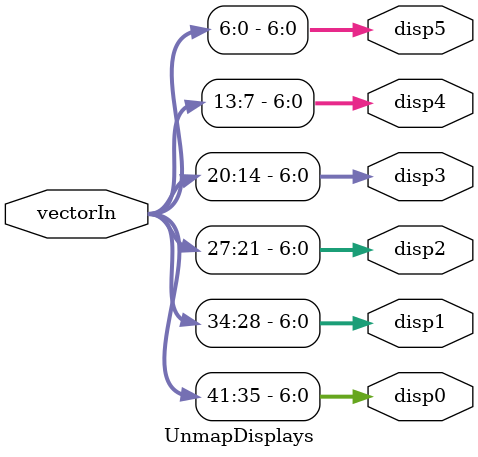
<source format=v>

module UnmapDisplays(vectorIn, disp0, disp1, disp2, disp3, disp4, disp5);


input [41:0] vectorIn;
output [6:0] disp0, disp1, disp2, disp3, disp4, disp5;


localparam busWidth = 7;

assign disp0[6:0] = vectorIn[41-busWidth*0 -: busWidth];
assign disp1[6:0] = vectorIn[41-busWidth*1 -: busWidth];
assign disp2[6:0] = vectorIn[41-busWidth*2 -: busWidth];
assign disp3[6:0] = vectorIn[41-busWidth*3 -: busWidth];
assign disp4[6:0] = vectorIn[41-busWidth*4 -: busWidth];
assign disp5[6:0] = vectorIn[41-busWidth*5 -: busWidth];


endmodule

</source>
